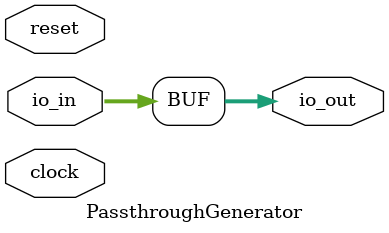
<source format=v>

module PassthroughGenerator(
  input        clock,
  input        reset,
  input  [9:0] io_in, // @[IdeaProjects/BootCamp/BC_module_example/src/main/scala/PassThroughGenerator.scala 5:14]
  output [9:0] io_out // @[IdeaProjects/BootCamp/BC_module_example/src/main/scala/PassThroughGenerator.scala 5:14]
);
  assign io_out = io_in; // @[IdeaProjects/BootCamp/BC_module_example/src/main/scala/PassThroughGenerator.scala 9:10]
endmodule

</source>
